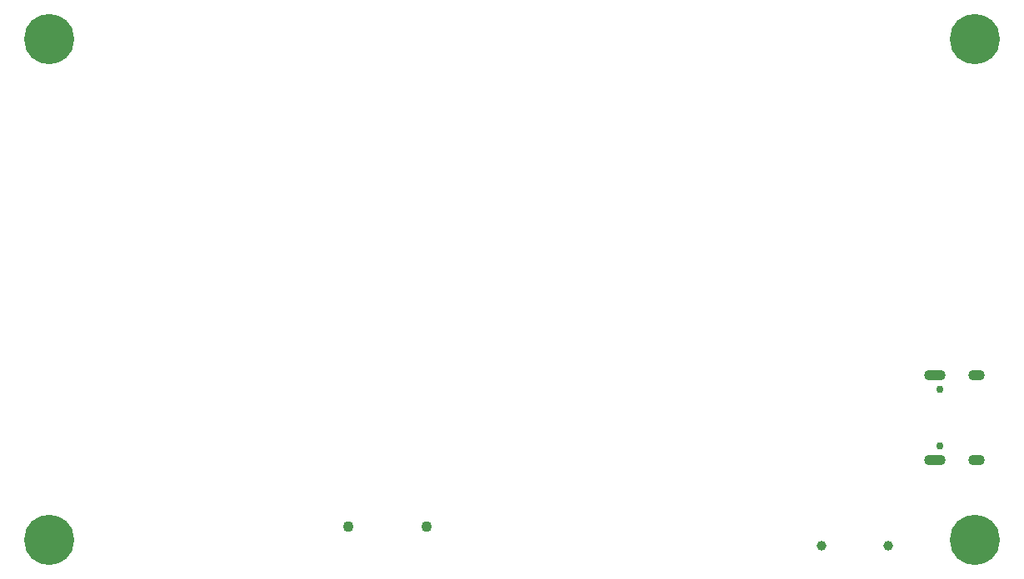
<source format=gbs>
G04 #@! TF.GenerationSoftware,KiCad,Pcbnew,(5.1.6-0)*
G04 #@! TF.CreationDate,2020-12-03T20:50:06+01:00*
G04 #@! TF.ProjectId,ESP32_TFT,45535033-325f-4544-9654-2e6b69636164,rev?*
G04 #@! TF.SameCoordinates,Original*
G04 #@! TF.FileFunction,Soldermask,Bot*
G04 #@! TF.FilePolarity,Negative*
%FSLAX46Y46*%
G04 Gerber Fmt 4.6, Leading zero omitted, Abs format (unit mm)*
G04 Created by KiCad (PCBNEW (5.1.6-0)) date 2020-12-03 20:50:06*
%MOMM*%
%LPD*%
G01*
G04 APERTURE LIST*
%ADD10C,1.000000*%
%ADD11C,0.750000*%
%ADD12O,1.700000X1.100000*%
%ADD13O,2.200000X1.100000*%
%ADD14C,0.900000*%
%ADD15C,5.100000*%
%ADD16C,1.100000*%
G04 APERTURE END LIST*
D10*
X126730000Y-91580000D03*
X119930000Y-91580000D03*
D11*
X131995000Y-81390000D03*
X131995000Y-75610000D03*
D12*
X135675000Y-74180000D03*
X135675000Y-82820000D03*
D13*
X131495000Y-74180000D03*
X131495000Y-82820000D03*
D14*
X42825825Y-38674175D03*
X41500000Y-38125000D03*
X40174175Y-38674175D03*
X39625000Y-40000000D03*
X40174175Y-41325825D03*
X41500000Y-41875000D03*
X42825825Y-41325825D03*
X43375000Y-40000000D03*
D15*
X41500000Y-40000000D03*
D14*
X42825825Y-89674175D03*
X41500000Y-89125000D03*
X40174175Y-89674175D03*
X39625000Y-91000000D03*
X40174175Y-92325825D03*
X41500000Y-92875000D03*
X42825825Y-92325825D03*
X43375000Y-91000000D03*
D15*
X41500000Y-91000000D03*
D14*
X136825825Y-38674175D03*
X135500000Y-38125000D03*
X134174175Y-38674175D03*
X133625000Y-40000000D03*
X134174175Y-41325825D03*
X135500000Y-41875000D03*
X136825825Y-41325825D03*
X137375000Y-40000000D03*
D15*
X135500000Y-40000000D03*
D14*
X136825825Y-89674175D03*
X135500000Y-89125000D03*
X134174175Y-89674175D03*
X133625000Y-91000000D03*
X134174175Y-92325825D03*
X135500000Y-92875000D03*
X136825825Y-92325825D03*
X137375000Y-91000000D03*
D15*
X135500000Y-91000000D03*
D16*
X71860000Y-89650000D03*
X79860000Y-89650000D03*
M02*

</source>
